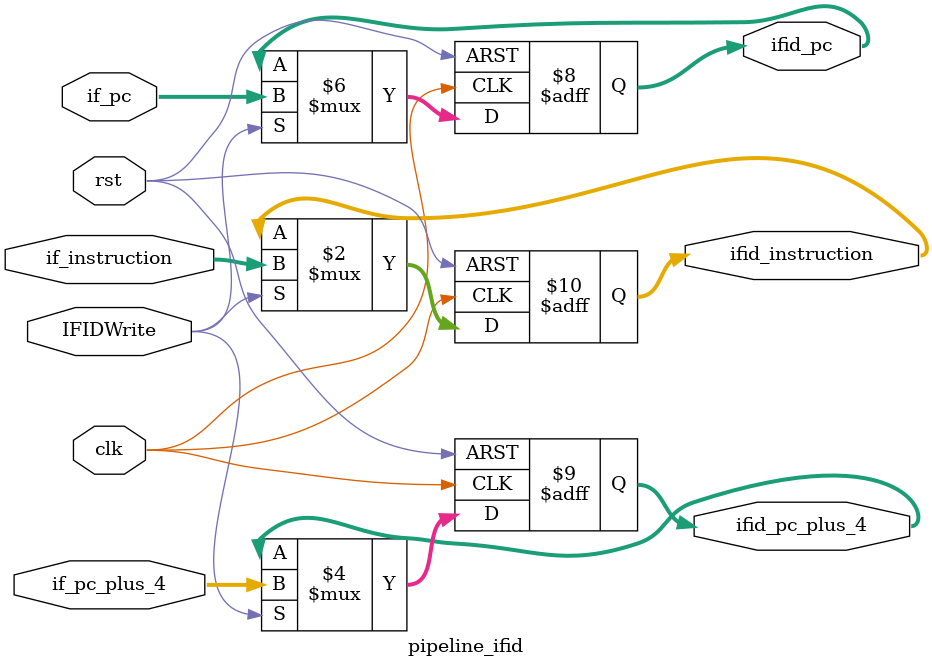
<source format=v>
module pipeline_ifid (
    input wire clk,
    input wire rst,
    input wire IFIDWrite,
    input wire [31:0] if_pc,
    input wire [31:0] if_pc_plus_4,
    input wire [31:0] if_instruction,
    output reg [31:0] ifid_pc,
    output reg [31:0] ifid_pc_plus_4,
    output reg [31:0] ifid_instruction
);

    always @(posedge clk or posedge rst) begin
        if (rst) begin
            ifid_pc <= 32'b0;
            ifid_pc_plus_4 <= 32'b0;
            ifid_instruction <= 32'b0;
        end else if (IFIDWrite) begin
            ifid_pc <= if_pc;
            ifid_pc_plus_4 <= if_pc_plus_4;
            ifid_instruction <= if_instruction;
        end
    end

endmodule
</source>
